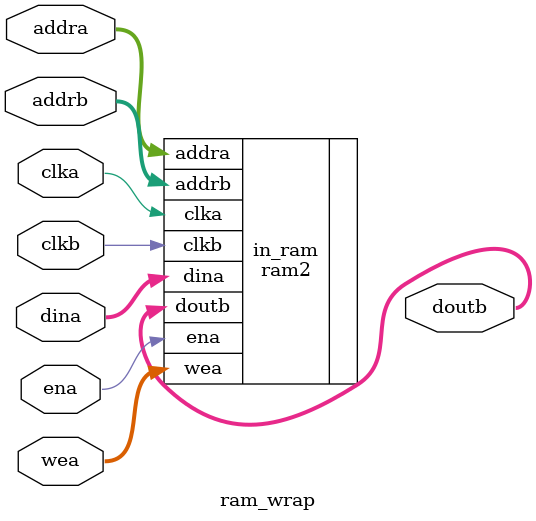
<source format=v>
`timescale 1ns / 1ps
module ram_wrap(
    clka,
    ena,
    wea,
    addra,
    dina,
    clkb,
    addrb,
    doutb
    );
    
    input clka;
    input ena;
    input [3 : 0] wea;
    input [6 : 0] addra;
    input [31 : 0] dina;
    input clkb;
    input [6 : 0] addrb;
    output [31 : 0] doutb;
    
    
    ram2 in_ram (
  .clka(clka),    // input wire clka
  .ena(ena),      // input wire ena
  .wea(wea),      // input wire [3 : 0] wea
  .addra(addra),  // input wire [6 : 0] addra
  .dina(dina),    // input wire [31 : 0] dina
  .clkb(clkb),    // input wire clkb
  .addrb(addrb),  // input wire [6 : 0] addrb
  .doutb(doutb)  // output wire [31 : 0] doutb
);
endmodule

</source>
